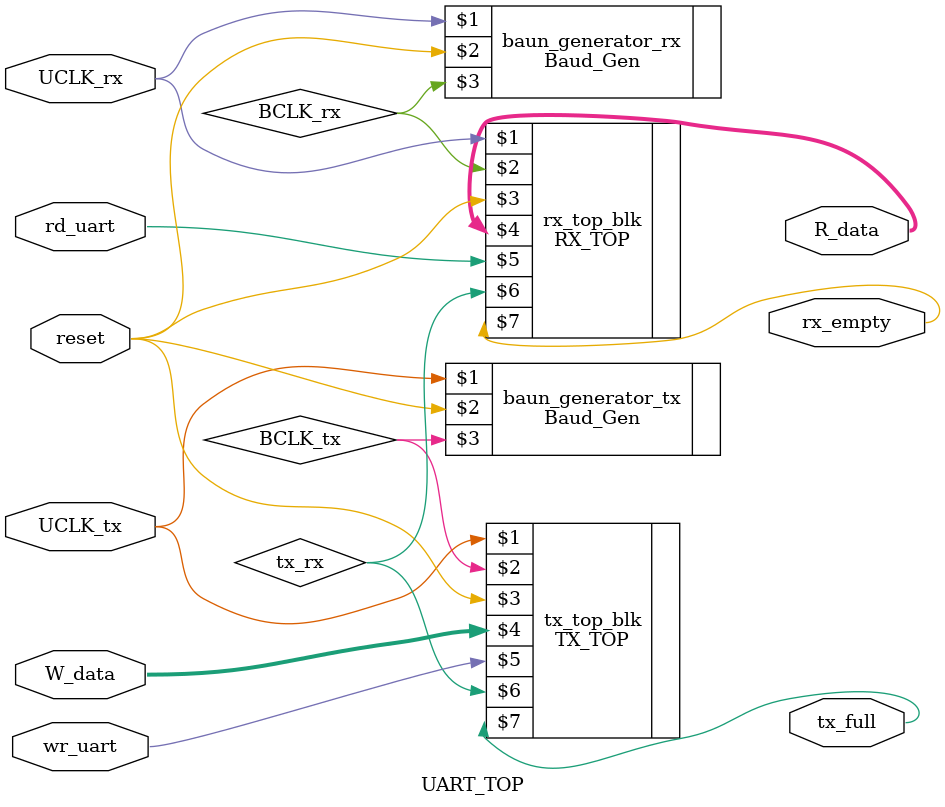
<source format=v>
module UART_TOP //(UCLK,reset,W_data,wr_uart,tx,tx_full,R_data,rd_uart,rx,rx_empty);     // for Synthesis (normal case (same clock))
(UCLK_tx,UCLK_rx,reset,W_data,wr_uart,tx_full,R_data,rd_uart,rx_empty); // connect tx with rx for only simulation cases 
    parameter OVERSAMPLE = 16;
    parameter DATA_WIDTH = 8;
    parameter DATA_BITS = $clog2(DATA_WIDTH);
    
    
    input UCLK_tx,UCLK_rx,reset;
    //input UCLK;
    input [DATA_WIDTH-1:0] W_data;
    input wr_uart;
    //input rx;
    input rd_uart;

    output rx_empty;
    output [DATA_WIDTH-1:0] R_data;
    output tx_full;
    //output tx;

    wire tx_rx; 
    /* connect tx with rx for only simulation cases as for real case 
    the tx is the output from the uart connected to rx from another uart block and vise vera*/

    wire BCLK_tx,BCLK_rx;

    //wire BCLK;

    Baud_Gen  #(.CLK_FREQ(125*(10**6))) baun_generator_tx (UCLK_tx,reset,BCLK_tx);
    Baud_Gen  #(.CLK_FREQ(100*(10**6)))  baun_generator_rx (UCLK_rx,reset,BCLK_rx);  

    TX_TOP tx_top_blk (UCLK_tx,BCLK_tx,reset,W_data,wr_uart,tx_rx,tx_full);
    RX_TOP rx_top_blk (UCLK_rx,BCLK_rx,reset,R_data,rd_uart,tx_rx,rx_empty);

    // for Synthesis (normal case (same clock))
    //Baud_Gen  baun_generator (UCLK,reset,BCLK); 
    //TX_TOP tx_top_blk (UCLK,BCLK,reset,W_data,wr_uart,tx,tx_full);
    //RX_TOP rx_top_blk (UCLK,BCLK,reset,R_data,rd_uart,rx,rx_empty);

endmodule

</source>
